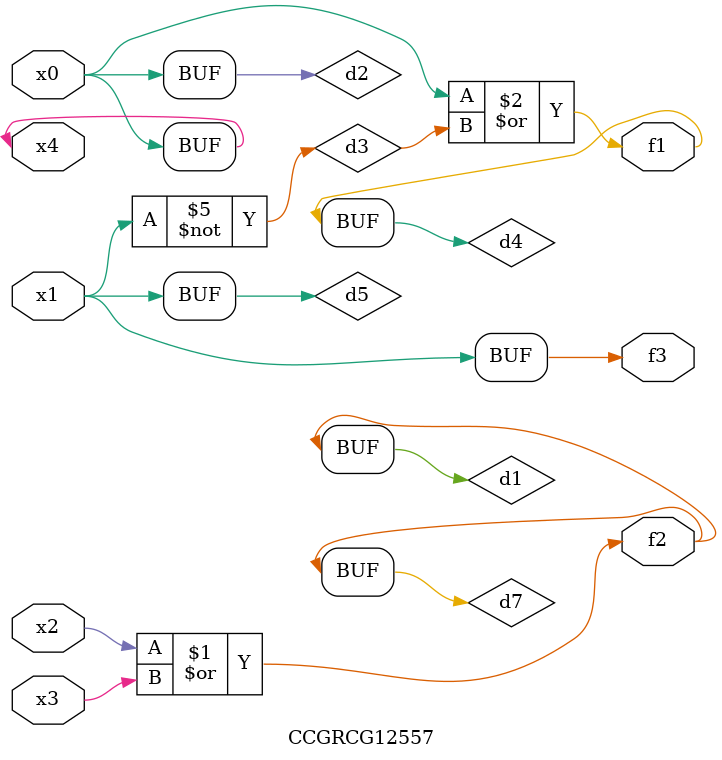
<source format=v>
module CCGRCG12557(
	input x0, x1, x2, x3, x4,
	output f1, f2, f3
);

	wire d1, d2, d3, d4, d5, d6, d7;

	or (d1, x2, x3);
	buf (d2, x0, x4);
	not (d3, x1);
	or (d4, d2, d3);
	not (d5, d3);
	nand (d6, d1, d3);
	or (d7, d1);
	assign f1 = d4;
	assign f2 = d7;
	assign f3 = d5;
endmodule

</source>
